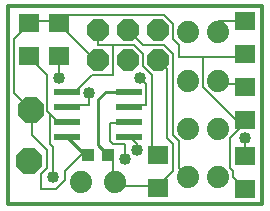
<source format=gtl>
G75*
G70*
%OFA0B0*%
%FSLAX24Y24*%
%IPPOS*%
%LPD*%
%AMOC8*
5,1,8,0,0,1.08239X$1,22.5*
%
%ADD10C,0.0120*%
%ADD11C,0.0740*%
%ADD12R,0.0709X0.0630*%
%ADD13R,0.0433X0.0394*%
%ADD14R,0.0870X0.0240*%
%ADD15OC8,0.0740*%
%ADD16OC8,0.0850*%
%ADD17C,0.0100*%
%ADD18C,0.0080*%
%ADD19C,0.0400*%
D10*
X007841Y000746D02*
X007841Y007346D01*
X016291Y007346D01*
X016291Y000746D01*
X007841Y000746D01*
D11*
X010271Y001496D03*
X011411Y001496D03*
X013841Y001646D03*
X014841Y001646D03*
X014841Y003246D03*
X013841Y003246D03*
X013841Y004846D03*
X014841Y004846D03*
X014841Y006496D03*
X013841Y006496D03*
D12*
X015741Y006847D03*
X015741Y005745D03*
X015741Y004647D03*
X015741Y003545D03*
X012841Y002397D03*
X015741Y002347D03*
X015741Y001245D03*
X012841Y001295D03*
X009541Y005695D03*
X008541Y005695D03*
X008541Y006797D03*
X009541Y006797D03*
D13*
X010507Y002396D03*
X011176Y002396D03*
D14*
X011871Y002996D03*
X009811Y002996D03*
X009811Y003496D03*
X011871Y003496D03*
X011871Y003996D03*
X009811Y003996D03*
X009811Y004496D03*
X011871Y004496D03*
D15*
X011841Y005546D03*
X010841Y005546D03*
X012841Y005546D03*
X012841Y006546D03*
X011841Y006546D03*
X010841Y006546D03*
D16*
X008591Y003896D03*
X008541Y002196D03*
D17*
X009811Y002996D02*
X010411Y002396D01*
X010507Y002396D01*
X010841Y002730D02*
X011176Y002396D01*
X010841Y002730D02*
X010841Y004246D01*
X011091Y004496D01*
X011871Y004496D01*
D18*
X012241Y004946D02*
X012441Y004746D01*
X012441Y004046D01*
X011941Y004046D01*
X011871Y003996D01*
X010541Y004046D02*
X010541Y004446D01*
X010141Y004546D02*
X009841Y004546D01*
X009811Y004496D01*
X010141Y004546D02*
X010641Y005046D01*
X011341Y005046D01*
X011341Y006046D01*
X012041Y006046D01*
X012341Y005746D01*
X012341Y005346D01*
X012641Y005046D01*
X012641Y002646D01*
X012841Y002446D01*
X012841Y002397D01*
X012141Y002546D02*
X012141Y002746D01*
X011941Y002946D01*
X011871Y002996D01*
X011341Y002746D02*
X011241Y002846D01*
X011241Y003446D01*
X011841Y003446D01*
X011871Y003496D01*
X009811Y003496D02*
X009741Y003546D01*
X009441Y003546D01*
X009241Y003746D01*
X009241Y002746D01*
X009341Y002646D01*
X009341Y001646D01*
X009141Y001946D02*
X008941Y001746D01*
X008941Y001246D01*
X009441Y001246D01*
X009741Y001546D01*
X009741Y001846D01*
X010341Y002446D01*
X010507Y002396D01*
X011176Y002396D02*
X011241Y002346D01*
X011341Y002246D01*
X011341Y001546D01*
X011411Y001496D01*
X011441Y001446D01*
X011441Y001346D01*
X012841Y001346D01*
X012841Y001295D01*
X012841Y001346D02*
X013341Y001846D01*
X013341Y002746D01*
X013141Y002946D01*
X013141Y005246D01*
X012841Y005546D01*
X013341Y005746D02*
X013041Y006046D01*
X012341Y006046D01*
X011841Y006546D01*
X010841Y006546D02*
X010841Y006046D01*
X011341Y006046D01*
X009541Y005695D02*
X009541Y004946D01*
X009141Y005046D02*
X009141Y003846D01*
X009241Y003746D01*
X008641Y003846D02*
X008591Y003896D01*
X008041Y004446D01*
X008041Y006246D01*
X008541Y006746D01*
X008541Y006797D01*
X008541Y006846D01*
X009541Y006846D01*
X009541Y006797D01*
X009541Y006746D01*
X010741Y005546D01*
X010841Y005546D01*
X009141Y005046D02*
X008541Y005646D01*
X008541Y005695D01*
X013341Y005746D02*
X013341Y003046D01*
X013541Y002846D01*
X013541Y001946D01*
X013841Y001646D01*
X015241Y001946D02*
X015341Y001846D01*
X015341Y001646D01*
X015741Y001246D01*
X015741Y001245D01*
X015241Y001946D02*
X015241Y002946D01*
X015641Y003346D01*
X015741Y003545D01*
X015741Y003446D01*
X015641Y003346D01*
X014341Y004646D01*
X014341Y005646D01*
X013541Y005646D01*
X013541Y006046D01*
X013341Y006246D01*
X013341Y006746D01*
X013041Y007046D01*
X009541Y007046D01*
X009541Y006846D01*
X014841Y006846D02*
X014841Y006496D01*
X014841Y006846D02*
X015741Y006846D01*
X015741Y006847D01*
X015741Y005745D02*
X015741Y005646D01*
X014341Y005646D01*
X014841Y004846D02*
X014841Y004746D01*
X015741Y004746D01*
X015741Y004647D01*
X010541Y004046D02*
X009841Y004046D01*
X009811Y003996D01*
X008641Y003846D02*
X008641Y003046D01*
X009141Y002546D01*
X009141Y001946D01*
X011741Y002246D02*
X011741Y002746D01*
X011341Y002746D01*
X015741Y002946D02*
X015741Y002347D01*
D19*
X015741Y002946D03*
X012141Y002546D03*
X011741Y002246D03*
X009341Y001646D03*
X010541Y004446D03*
X009541Y004946D03*
X012241Y004946D03*
M02*

</source>
